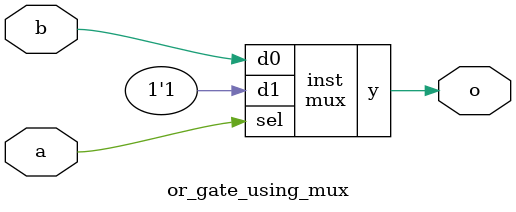
<source format=sv>

module mux
(
  input  d0, d1,
  input  sel,
  output y
);

  assign y = sel ? d1 : d0;

endmodule

//----------------------------------------------------------------------------
// Task
//----------------------------------------------------------------------------

module or_gate_using_mux
(
    input  a,
    input  b,
    output o
);

  // Task:

  // Implement or gate using instance(s) of mux,
  // constants 0 and 1, and wire connections
  mux inst (b, 1, a, o);

endmodule

</source>
